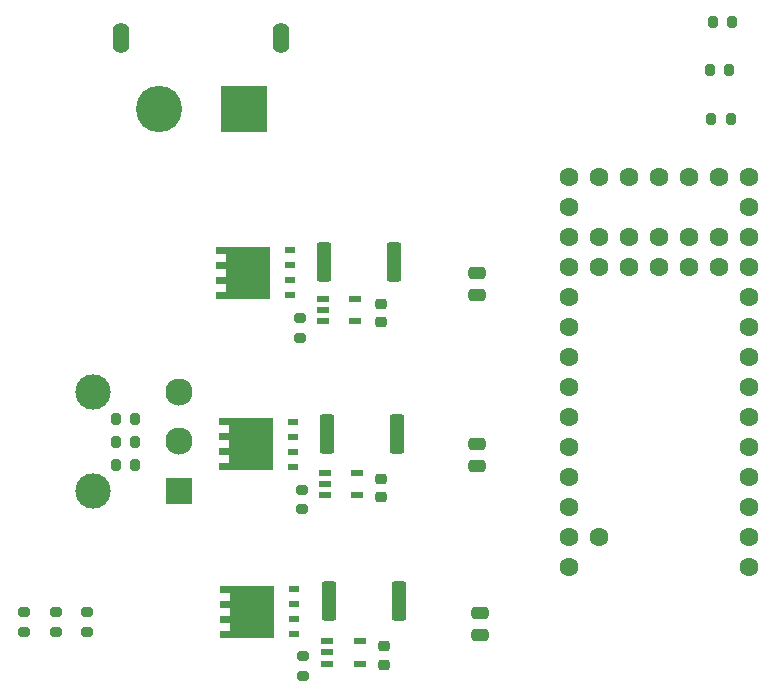
<source format=gbr>
%TF.GenerationSoftware,KiCad,Pcbnew,7.0.9*%
%TF.CreationDate,2023-12-30T21:06:32-05:00*%
%TF.ProjectId,esc,6573632e-6b69-4636-9164-5f7063625858,rev?*%
%TF.SameCoordinates,Original*%
%TF.FileFunction,Soldermask,Bot*%
%TF.FilePolarity,Negative*%
%FSLAX46Y46*%
G04 Gerber Fmt 4.6, Leading zero omitted, Abs format (unit mm)*
G04 Created by KiCad (PCBNEW 7.0.9) date 2023-12-30 21:06:32*
%MOMM*%
%LPD*%
G01*
G04 APERTURE LIST*
G04 Aperture macros list*
%AMRoundRect*
0 Rectangle with rounded corners*
0 $1 Rounding radius*
0 $2 $3 $4 $5 $6 $7 $8 $9 X,Y pos of 4 corners*
0 Add a 4 corners polygon primitive as box body*
4,1,4,$2,$3,$4,$5,$6,$7,$8,$9,$2,$3,0*
0 Add four circle primitives for the rounded corners*
1,1,$1+$1,$2,$3*
1,1,$1+$1,$4,$5*
1,1,$1+$1,$6,$7*
1,1,$1+$1,$8,$9*
0 Add four rect primitives between the rounded corners*
20,1,$1+$1,$2,$3,$4,$5,0*
20,1,$1+$1,$4,$5,$6,$7,0*
20,1,$1+$1,$6,$7,$8,$9,0*
20,1,$1+$1,$8,$9,$2,$3,0*%
%AMFreePoly0*
4,1,17,2.675000,1.605000,1.875000,1.605000,1.875000,0.935000,2.675000,0.935000,2.675000,0.335000,1.875000,0.335000,1.875000,-0.335000,2.675000,-0.335000,2.675000,-0.935000,1.875000,-0.935000,1.875000,-1.605000,2.675000,-1.605000,2.675000,-2.205000,-1.875000,-2.205000,-1.875000,2.205000,2.675000,2.205000,2.675000,1.605000,2.675000,1.605000,$1*%
G04 Aperture macros list end*
%ADD10R,1.000000X0.599999*%
%ADD11R,2.300000X2.300000*%
%ADD12C,2.300000*%
%ADD13C,2.999999*%
%ADD14RoundRect,0.102000X-1.858000X-1.858000X1.858000X-1.858000X1.858000X1.858000X-1.858000X1.858000X0*%
%ADD15C,3.920000*%
%ADD16O,1.404000X2.604000*%
%ADD17C,1.600000*%
%ADD18FreePoly0,180.000000*%
%ADD19R,0.850000X0.500000*%
%ADD20RoundRect,0.250000X-0.362500X-1.425000X0.362500X-1.425000X0.362500X1.425000X-0.362500X1.425000X0*%
%ADD21RoundRect,0.250000X0.475000X-0.250000X0.475000X0.250000X-0.475000X0.250000X-0.475000X-0.250000X0*%
%ADD22RoundRect,0.200000X0.275000X-0.200000X0.275000X0.200000X-0.275000X0.200000X-0.275000X-0.200000X0*%
%ADD23RoundRect,0.200000X0.200000X0.275000X-0.200000X0.275000X-0.200000X-0.275000X0.200000X-0.275000X0*%
%ADD24RoundRect,0.225000X-0.250000X0.225000X-0.250000X-0.225000X0.250000X-0.225000X0.250000X0.225000X0*%
%ADD25RoundRect,0.200000X-0.200000X-0.275000X0.200000X-0.275000X0.200000X0.275000X-0.200000X0.275000X0*%
G04 APERTURE END LIST*
D10*
%TO.C,U302*%
X68610207Y-110730544D03*
X68610207Y-109780543D03*
X68610207Y-108830545D03*
X71360207Y-108830545D03*
X71360207Y-110730544D03*
%TD*%
%TO.C,U202*%
X68850206Y-124976545D03*
X68850206Y-124026544D03*
X68850206Y-123076546D03*
X71600206Y-123076546D03*
X71600206Y-124976545D03*
%TD*%
%TO.C,U402*%
X71222207Y-95981545D03*
X71222207Y-94081546D03*
X68472207Y-94081546D03*
X68472207Y-95031544D03*
X68472207Y-95981545D03*
%TD*%
D11*
%TO.C,J102*%
X56277720Y-110358543D03*
D12*
X56277720Y-106158544D03*
X56277720Y-101958545D03*
D13*
X48977719Y-110358543D03*
X48977719Y-101958560D03*
%TD*%
D14*
%TO.C,J101*%
X61747000Y-78009000D03*
D15*
X54547000Y-78009000D03*
D16*
X64897000Y-72009000D03*
X51397000Y-72009000D03*
%TD*%
D17*
%TO.C,U103*%
X104507207Y-116826544D03*
X104507207Y-114286544D03*
X104507207Y-111746544D03*
X104507207Y-109206544D03*
X104507207Y-106666544D03*
X104507207Y-104126544D03*
X104507207Y-101586544D03*
X104507207Y-99046544D03*
X104507207Y-96506544D03*
X104507207Y-93966544D03*
X104507207Y-91426544D03*
X104507207Y-88886544D03*
X104507207Y-86346544D03*
X104507207Y-83806544D03*
X101967207Y-83806544D03*
X99427207Y-83806544D03*
X96887207Y-83806544D03*
X94347207Y-83806544D03*
X91807207Y-83806544D03*
X89267207Y-83806544D03*
X89267207Y-86346544D03*
X89267207Y-88886544D03*
X89267207Y-91426544D03*
X89267207Y-93966544D03*
X89267207Y-96506544D03*
X89267207Y-99046544D03*
X89267207Y-101586544D03*
X89267207Y-104126544D03*
X89267207Y-106666544D03*
X89267207Y-109206544D03*
X89267207Y-111746544D03*
X89267207Y-114286544D03*
X89267207Y-116826544D03*
X91807207Y-114286544D03*
X91807207Y-88886544D03*
X91807207Y-91426544D03*
X94347207Y-88886544D03*
X94347207Y-91426544D03*
X96887207Y-88886544D03*
X96887207Y-91426544D03*
X99427207Y-88886544D03*
X99427207Y-91426544D03*
X101967207Y-88886544D03*
X101967207Y-91426544D03*
%TD*%
D18*
%TO.C,Q402*%
X62091207Y-91895544D03*
D19*
X65641207Y-89990544D03*
X65641207Y-91260544D03*
X65641207Y-92530544D03*
X65641207Y-93800544D03*
%TD*%
D20*
%TO.C,R203*%
X68999207Y-119708544D03*
X74924207Y-119708544D03*
%TD*%
D21*
%TO.C,C201*%
X81733207Y-122583494D03*
X81733207Y-120683494D03*
%TD*%
D22*
%TO.C,R402*%
X66567207Y-97380544D03*
X66567207Y-95730544D03*
%TD*%
%TO.C,R110*%
X48500207Y-122286544D03*
X48500207Y-120636544D03*
%TD*%
%TO.C,R302*%
X66710207Y-111897544D03*
X66710207Y-110247544D03*
%TD*%
%TO.C,R112*%
X43166207Y-122286544D03*
X43166207Y-120636544D03*
%TD*%
D23*
%TO.C,R115*%
X52564207Y-104252794D03*
X50914207Y-104252794D03*
%TD*%
D24*
%TO.C,C405*%
X73425207Y-94510544D03*
X73425207Y-96060544D03*
%TD*%
%TO.C,C205*%
X73654207Y-123505544D03*
X73654207Y-125055544D03*
%TD*%
D21*
%TO.C,C401*%
X81520207Y-93765394D03*
X81520207Y-91865394D03*
%TD*%
%TO.C,C301*%
X81520207Y-108251544D03*
X81520207Y-106351544D03*
%TD*%
D23*
%TO.C,R108*%
X102851000Y-74676000D03*
X101201000Y-74676000D03*
%TD*%
%TO.C,R109*%
X102978000Y-78867000D03*
X101328000Y-78867000D03*
%TD*%
D18*
%TO.C,Q302*%
X62349207Y-106412544D03*
D19*
X65899207Y-104507544D03*
X65899207Y-105777544D03*
X65899207Y-107047544D03*
X65899207Y-108317544D03*
%TD*%
D22*
%TO.C,R202*%
X66796207Y-125994544D03*
X66796207Y-124344544D03*
%TD*%
D25*
%TO.C,R107*%
X101455000Y-70612000D03*
X103105000Y-70612000D03*
%TD*%
D22*
%TO.C,R111*%
X45833207Y-122259544D03*
X45833207Y-120609544D03*
%TD*%
D23*
%TO.C,R113*%
X52564207Y-108189794D03*
X50914207Y-108189794D03*
%TD*%
D20*
%TO.C,R403*%
X68557707Y-90967544D03*
X74482707Y-90967544D03*
%TD*%
%TO.C,R303*%
X68778707Y-105523544D03*
X74703707Y-105523544D03*
%TD*%
D23*
%TO.C,R114*%
X52564207Y-106187794D03*
X50914207Y-106187794D03*
%TD*%
D24*
%TO.C,C305*%
X73392207Y-109307544D03*
X73392207Y-110857544D03*
%TD*%
D18*
%TO.C,Q202*%
X62447207Y-120599344D03*
D19*
X65997207Y-118694344D03*
X65997207Y-119964344D03*
X65997207Y-121234344D03*
X65997207Y-122504344D03*
%TD*%
M02*

</source>
